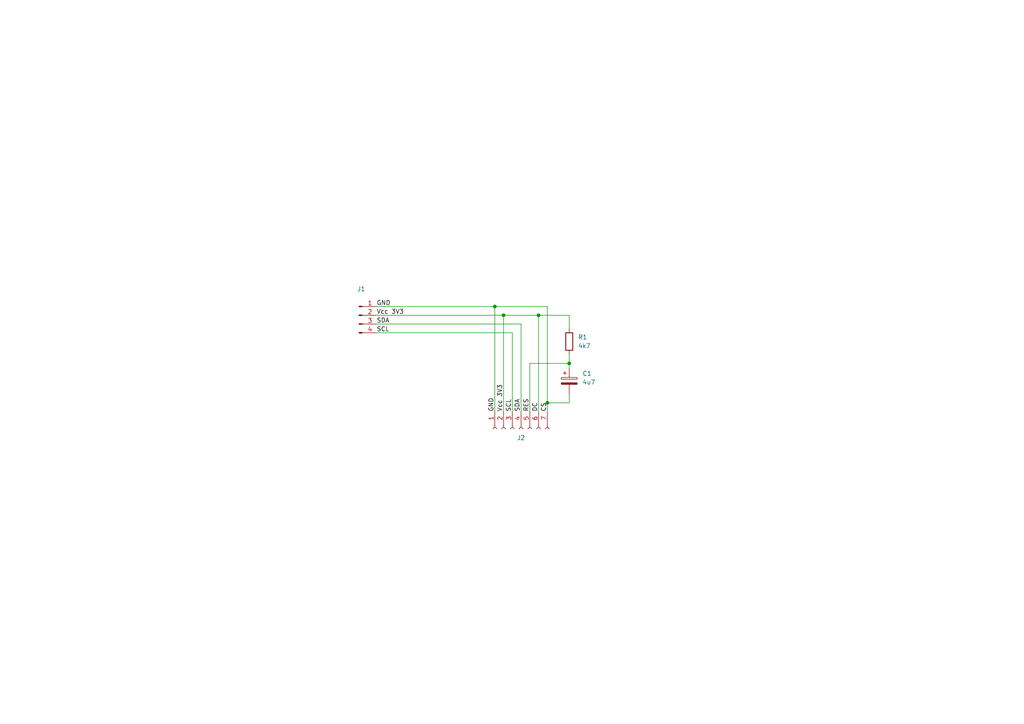
<source format=kicad_sch>
(kicad_sch (version 20220126) (generator eeschema)
  (paper "A4")
  (title_block (title "freeDSP aurora display extension board (I2C mod)") (date "2022-01-22") (rev "v1.1") (company "Carsten Witt (cw)") (comment 3 "freeDSP aurora display extension board (I2C mod)"))
  (lib_symbols
    (symbol "Connector:Conn_01x04_Male" (pin_names (offset 1.016) hide)
      (property "Reference" "J" (at 0 5.08 0))
      (property "Value" "Conn_01x04_Male" (at 0 -7.62 0))
      (symbol "Conn_01x04_Male_1_1"
        (polyline (pts (xy 1.27 -5.08) (xy 0.8636 -5.08)) (stroke (width 0.1524)))
        (polyline (pts (xy 1.27 -2.54) (xy 0.8636 -2.54)) (stroke (width 0.1524)))
        (polyline (pts (xy 1.27 0) (xy 0.8636 0)) (stroke (width 0.1524)))
        (polyline (pts (xy 1.27 2.54) (xy 0.8636 2.54)) (stroke (width 0.1524)))
        (rectangle (start 0.8636 -4.953) (end 0 -5.207) (stroke (width 0.1524)) (fill (type outline)))
        (rectangle (start 0.8636 -2.413) (end 0 -2.667) (stroke (width 0.1524)) (fill (type outline)))
        (rectangle (start 0.8636 0.127) (end 0 -0.127) (stroke (width 0.1524)) (fill (type outline)))
        (rectangle (start 0.8636 2.667) (end 0 2.413) (stroke (width 0.1524)) (fill (type outline)))
        (pin passive line (at 5.08 2.54 180) (length 3.81) (name "Pin_1") (number "1"))
        (pin passive line (at 5.08 0 180) (length 3.81) (name "Pin_2") (number "2"))
        (pin passive line (at 5.08 -2.54 180) (length 3.81) (name "Pin_3") (number "3"))
        (pin passive line (at 5.08 -5.08 180) (length 3.81) (name "Pin_4") (number "4"))
      )
    )
    (symbol "Connector:Conn_01x07_Female" (pin_names (offset 1.016) hide)
      (property "Reference" "J" (at 0 10.16 0))
      (property "Value" "Conn_01x07_Female" (at 0 -10.16 0))
      (symbol "Conn_01x07_Female_1_1"
        (arc (start 0 -7.112) (mid -0.5058 -7.62) (end 0 -8.128) (stroke (width 0.1524)))
        (arc (start 0 -4.572) (mid -0.5058 -5.08) (end 0 -5.588) (stroke (width 0.1524)))
        (arc (start 0 -2.032) (mid -0.5058 -2.54) (end 0 -3.048) (stroke (width 0.1524)))
        (polyline (pts (xy -1.27 -7.62) (xy -0.508 -7.62)) (stroke (width 0.1524)))
        (polyline (pts (xy -1.27 -5.08) (xy -0.508 -5.08)) (stroke (width 0.1524)))
        (polyline (pts (xy -1.27 -2.54) (xy -0.508 -2.54)) (stroke (width 0.1524)))
        (polyline (pts (xy -1.27 0) (xy -0.508 0)) (stroke (width 0.1524)))
        (polyline (pts (xy -1.27 2.54) (xy -0.508 2.54)) (stroke (width 0.1524)))
        (polyline (pts (xy -1.27 5.08) (xy -0.508 5.08)) (stroke (width 0.1524)))
        (polyline (pts (xy -1.27 7.62) (xy -0.508 7.62)) (stroke (width 0.1524)))
        (arc (start 0 0.508) (mid -0.5058 0) (end 0 -0.508) (stroke (width 0.1524)))
        (arc (start 0 3.048) (mid -0.5058 2.54) (end 0 2.032) (stroke (width 0.1524)))
        (arc (start 0 5.588) (mid -0.5058 5.08) (end 0 4.572) (stroke (width 0.1524)))
        (arc (start 0 8.128) (mid -0.5058 7.62) (end 0 7.112) (stroke (width 0.1524)))
        (pin passive line (at -5.08 7.62 0) (length 3.81) (name "Pin_1") (number "1"))
        (pin passive line (at -5.08 5.08 0) (length 3.81) (name "Pin_2") (number "2"))
        (pin passive line (at -5.08 2.54 0) (length 3.81) (name "Pin_3") (number "3"))
        (pin passive line (at -5.08 0 0) (length 3.81) (name "Pin_4") (number "4"))
        (pin passive line (at -5.08 -2.54 0) (length 3.81) (name "Pin_5") (number "5"))
        (pin passive line (at -5.08 -5.08 0) (length 3.81) (name "Pin_6") (number "6"))
        (pin passive line (at -5.08 -7.62 0) (length 3.81) (name "Pin_7") (number "7"))
      )
    )
    (symbol "Device:C_Polarized" (pin_numbers hide) (pin_names (offset 0.254))
      (property "Reference" "C" (at 0.635 2.54 0))
      (property "Value" "C_Polarized" (at 0.635 -2.54 0))
      (symbol "C_Polarized_0_1"
        (rectangle (start -2.286 0.508) (end 2.286 1.016))
        (polyline (pts (xy -1.778 2.286) (xy -0.762 2.286)))
        (polyline (pts (xy -1.27 2.794) (xy -1.27 1.778)))
        (rectangle (start 2.286 -0.508) (end -2.286 -1.016) (fill (type outline)))
      )
      (symbol "C_Polarized_1_1"
        (pin passive line (at 0 3.81 270) (length 2.794) (name "~") (number "1"))
        (pin passive line (at 0 -3.81 90) (length 2.794) (name "~") (number "2"))
      )
    )
    (symbol "Device:R" (pin_numbers hide) (pin_names (offset 0))
      (property "Reference" "R" (at 2.032 0 90))
      (property "Value" "R" (at 0 0 90))
      (symbol "R_0_1"
        (rectangle (start -1.016 -2.54) (end 1.016 2.54) (stroke (width 0.254)))
      )
      (symbol "R_1_1"
        (pin passive line (at 0 3.81 270) (length 1.27) (name "~") (number "1"))
        (pin passive line (at 0 -3.81 90) (length 1.27) (name "~") (number "2"))
      )
    )
  )
  (junction (at 156.21 91.44))
  (junction (at 158.75 116.84))
  (junction (at 146.05 91.44))
  (junction (at 165.1 105.41))
  (junction (at 143.51 88.9))
  (wire (pts (xy 156.21 91.44) (xy 165.1 91.44)))
  (wire (pts (xy 151.13 93.98) (xy 151.13 119.38)))
  (wire (pts (xy 153.67 105.41) (xy 165.1 105.41)))
  (wire (pts (xy 158.75 88.9) (xy 158.75 116.84)))
  (wire (pts (xy 143.51 88.9) (xy 143.51 119.38)))
  (wire (pts (xy 146.05 91.44) (xy 156.21 91.44)))
  (wire (pts (xy 143.51 88.9) (xy 158.75 88.9)))
  (wire (pts (xy 158.75 116.84) (xy 158.75 119.38)))
  (wire (pts (xy 148.59 96.52) (xy 148.59 119.38)))
  (wire (pts (xy 153.67 119.38) (xy 153.67 105.41)))
  (wire (pts (xy 109.22 88.9) (xy 143.51 88.9)))
  (wire (pts (xy 165.1 116.84) (xy 158.75 116.84)))
  (wire (pts (xy 109.22 93.98) (xy 151.13 93.98)))
  (wire (pts (xy 165.1 91.44) (xy 165.1 95.25)))
  (wire (pts (xy 165.1 105.41) (xy 165.1 106.68)))
  (wire (pts (xy 165.1 114.3) (xy 165.1 116.84)))
  (wire (pts (xy 109.22 96.52) (xy 148.59 96.52)))
  (wire (pts (xy 146.05 91.44) (xy 146.05 119.38)))
  (wire (pts (xy 165.1 102.87) (xy 165.1 105.41)))
  (wire (pts (xy 109.22 91.44) (xy 146.05 91.44)))
  (wire (pts (xy 156.21 91.44) (xy 156.21 119.38)))
  (label "DC" (at 156.21 119.38 90))
  (label "SDA" (at 109.22 93.98 0))
  (label "GND" (at 143.51 119.38 90))
  (label "GND" (at 109.22 88.9 0))
  (label "SCL" (at 109.22 96.52 0))
  (label "Vcc 3V3" (at 146.05 119.38 90))
  (label "RES" (at 153.67 119.38 90))
  (label "Vcc 3V3" (at 109.22 91.44 0))
  (label "CS" (at 158.75 119.38 90))
  (label "SDA" (at 151.13 119.38 90))
  (label "SCL" (at 148.59 119.38 90))
  (symbol (lib_id "Connector:Conn_01x07_Female") (at 151.13 124.46 90) (mirror x) (unit 1)
    (property "Reference" "J2" (at 151.13 127 90))
    (property "Value" "Conn_01x07_Female" (effects hide))
  )
  (symbol (lib_id "Device:R") (at 165.1 99.06 0) (unit 1)
    (property "Reference" "R1" (at 167.64 97.7899 0) (effects (justify left)))
    (property "Value" "4k7" (at 167.64 100.3299 0) (effects (justify left)))
  )
  (symbol (lib_id "Connector:Conn_01x04_Male") (at 104.14 91.44 0) (unit 1)
    (property "Reference" "J1" (at 104.775 83.82 0))
    (property "Value" "Conn_01x04_Male" (effects hide))
  )
  (symbol (lib_id "Device:C_Polarized") (at 165.1 110.49 0) (unit 1)
    (property "Reference" "C1" (at 168.91 108.3309 0) (effects (justify left)))
    (property "Value" "4u7" (at 168.91 110.8709 0) (effects (justify left)))
  )
)
</source>
